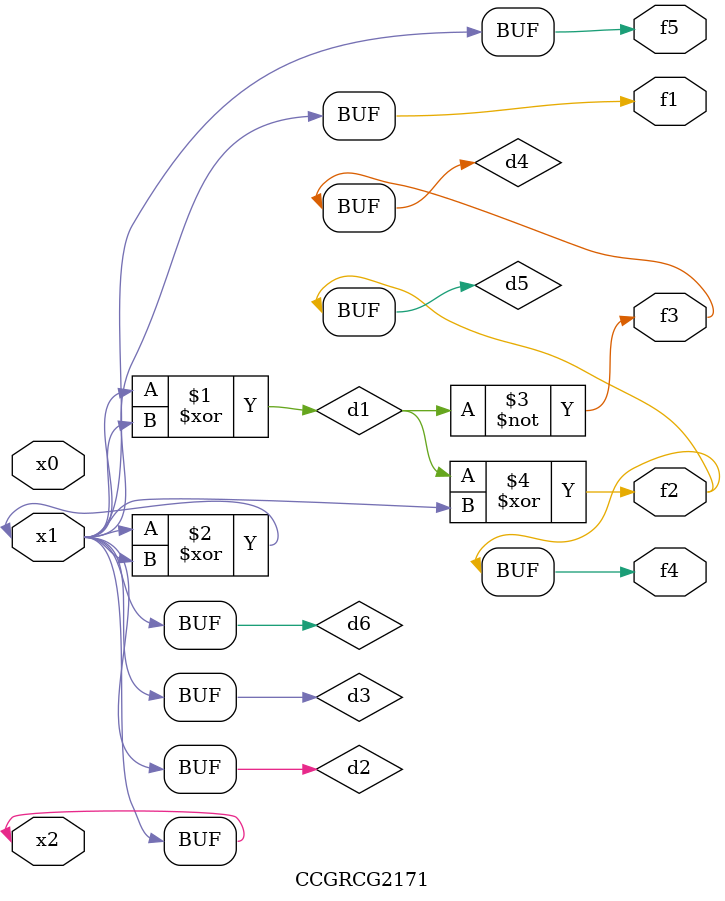
<source format=v>
module CCGRCG2171(
	input x0, x1, x2,
	output f1, f2, f3, f4, f5
);

	wire d1, d2, d3, d4, d5, d6;

	xor (d1, x1, x2);
	buf (d2, x1, x2);
	xor (d3, x1, x2);
	nor (d4, d1);
	xor (d5, d1, d2);
	buf (d6, d2, d3);
	assign f1 = d6;
	assign f2 = d5;
	assign f3 = d4;
	assign f4 = d5;
	assign f5 = d6;
endmodule

</source>
